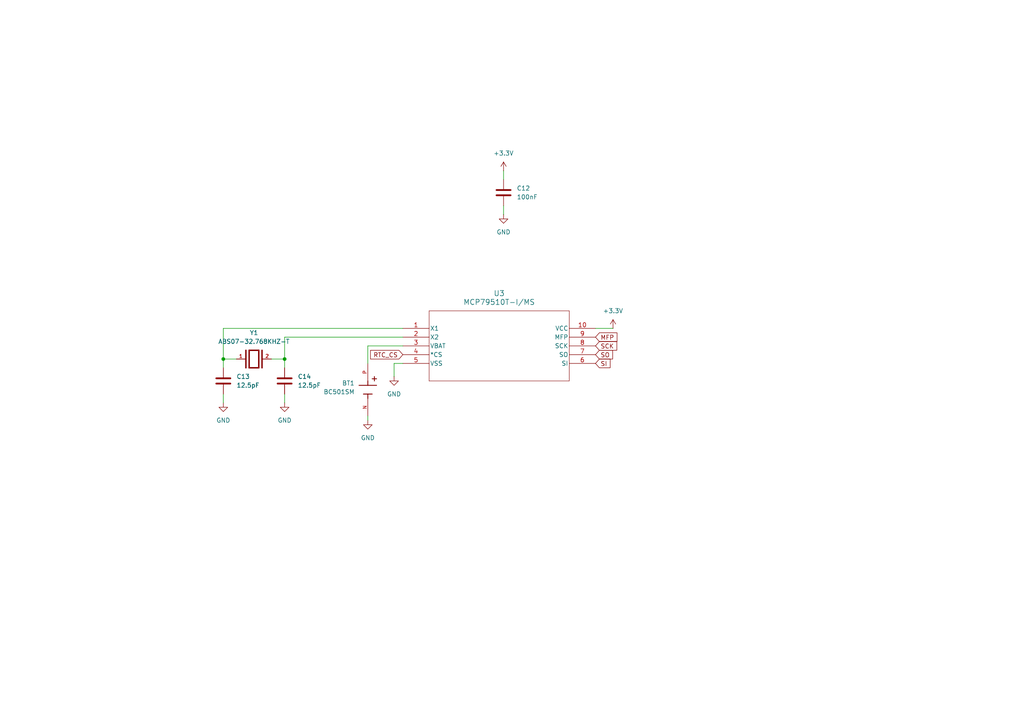
<source format=kicad_sch>
(kicad_sch (version 20250114) (generator "eeschema") (generator_version "9.0")
  (paper "A4")
  (lib_symbols
    (symbol "ABS07-32.768KHZ-T:ABS07-32.768KHZ-T" (pin_names (offset 1.016))
      (property "Reference" "Y" (at -5.0878 3.8159 0))
      (property "Value" "ABS07-32.768KHZ-T" (at -5.0944 -5.0944 0))
      (symbol "ABS07-32.768KHZ-T_0_0"
        (polyline (pts (xy -2.3368 2.54) (xy -2.3368 -2.54)) (stroke (width 0.4064)))
        (polyline (pts (xy -1.397 2.54) (xy -1.397 -2.54)) (stroke (width 0.4064)))
        (polyline (pts (xy -1.397 2.54) (xy 1.397 2.54)) (stroke (width 0.4064)))
        (polyline (pts (xy 1.397 2.54) (xy 1.397 -2.54)) (stroke (width 0.4064)))
        (polyline (pts (xy 1.397 -2.54) (xy -1.397 -2.54)) (stroke (width 0.4064)))
        (polyline (pts (xy 2.3368 2.54) (xy 2.3368 -2.54)) (stroke (width 0.4064)))
        (pin passive line (at -5.08 0 0) (length 2.54) (name "~") (number "1"))
        (pin passive line (at 5.08 0 180) (length 2.54) (name "~") (number "2"))
      )
    )
    (symbol "BC501SM:BC501SM" (pin_names (offset 1.016))
      (property "Reference" "BT" (at -3.81 3.81 0))
      (property "Value" "BC501SM" (at -3.81 -5.08 0))
      (symbol "BC501SM_0_0"
        (polyline (pts (xy -3.81 1.905) (xy -2.54 1.905)) (stroke (width 0.254)))
        (polyline (pts (xy -3.175 2.54) (xy -3.175 1.27)) (stroke (width 0.254)))
        (polyline (pts (xy -1.27 2.54) (xy -1.27 -2.54)) (stroke (width 0.254)))
        (polyline (pts (xy -1.27 0) (xy -2.54 0)) (stroke (width 0.254)))
        (polyline (pts (xy 1.27 1.27) (xy 1.27 -1.27)) (stroke (width 0.254)))
        (polyline (pts (xy 1.27 0) (xy 2.54 0)) (stroke (width 0.254)))
        (pin passive line (at -7.62 0 0) (length 5.08) (name "~") (number "P"))
        (pin passive line (at 7.62 0 180) (length 5.08) (name "~") (number "N"))
      )
    )
    (symbol "Device:C" (pin_numbers (hide yes)) (pin_names (offset 0.254))
      (property "Reference" "C" (at 0.635 2.54 0))
      (property "Value" "C" (at 0.635 -2.54 0))
      (symbol "C_0_1"
        (polyline (pts (xy -2.032 0.762) (xy 2.032 0.762)) (stroke (width 0.508)))
        (polyline (pts (xy -2.032 -0.762) (xy 2.032 -0.762)) (stroke (width 0.508)))
      )
      (symbol "C_1_1"
        (pin passive line (at 0 3.81 270) (length 2.794) (name "~") (number "1"))
        (pin passive line (at 0 -3.81 90) (length 2.794) (name "~") (number "2"))
      )
    )
    (symbol "MCP79510T_I_MS:MCP79510T-I_MS" (pin_names (offset 0.254))
      (property "Reference" "U" (at 27.94 10.16 0))
      (property "Value" "MCP79510T-I/MS" (at 27.94 7.62 0))
      (symbol "MCP79510T-I_MS_0_1"
        (polyline (pts (xy 7.62 5.08) (xy 7.62 -15.24)) (stroke (width 0.127)))
        (polyline (pts (xy 7.62 -15.24) (xy 48.26 -15.24)) (stroke (width 0.127)))
        (polyline (pts (xy 48.26 5.08) (xy 7.62 5.08)) (stroke (width 0.127)))
        (polyline (pts (xy 48.26 -15.24) (xy 48.26 5.08)) (stroke (width 0.127)))
        (pin input line (at 0 0 0) (length 7.62) (name "X1") (number "1"))
        (pin output line (at 0 -2.54 0) (length 7.62) (name "X2") (number "2"))
        (pin power_in line (at 0 -5.08 0) (length 7.62) (name "VBAT") (number "3"))
        (pin unspecified line (at 0 -7.62 0) (length 7.62) (name "*CS") (number "4"))
        (pin power_in line (at 0 -10.16 0) (length 7.62) (name "VSS") (number "5"))
        (pin power_in line (at 55.88 0 180) (length 7.62) (name "VCC") (number "10"))
        (pin unspecified line (at 55.88 -2.54 180) (length 7.62) (name "MFP") (number "9"))
        (pin unspecified line (at 55.88 -5.08 180) (length 7.62) (name "SCK") (number "8"))
        (pin output line (at 55.88 -7.62 180) (length 7.62) (name "SO") (number "7"))
        (pin input line (at 55.88 -10.16 180) (length 7.62) (name "SI") (number "6"))
      )
    )
    (symbol "power:+3.3V" (power) (pin_numbers (hide yes)) (pin_names (offset 0) (hide yes))
      (property "Value" "+3.3V" (at 0 3.556 0))
      (symbol "+3.3V_0_1"
        (polyline (pts (xy -0.762 1.27) (xy 0 2.54)))
        (polyline (pts (xy 0 2.54) (xy 0.762 1.27)))
        (polyline (pts (xy 0 0) (xy 0 2.54)))
      )
      (symbol "+3.3V_1_1"
        (pin power_in line (at 0 0 90) (length 0) (name "~") (number "1"))
      )
    )
    (symbol "power:GND" (power) (pin_numbers (hide yes)) (pin_names (offset 0) (hide yes))
      (property "Value" "GND" (at 0 -3.81 0))
      (symbol "GND_0_1"
        (polyline (pts (xy 0 0) (xy 0 -1.27) (xy 1.27 -1.27) (xy 0 -2.54) (xy -1.27 -1.27) (xy 0 -1.27)))
      )
      (symbol "GND_1_1"
        (pin power_in line (at 0 0 270) (length 0) (name "~") (number "1"))
      )
    )
  )
  (junction (at 64.77 104.14))
  (junction (at 82.55 104.14))
  (wire (pts (xy 114.3 105.41) (xy 114.3 109.22)))
  (wire (pts (xy 64.77 95.25) (xy 116.84 95.25)))
  (wire (pts (xy 106.68 105.41) (xy 106.68 100.33)))
  (wire (pts (xy 82.55 106.68) (xy 82.55 104.14)))
  (wire (pts (xy 64.77 95.25) (xy 64.77 104.14)))
  (wire (pts (xy 82.55 114.3) (xy 82.55 116.84)))
  (wire (pts (xy 106.68 121.92) (xy 106.68 120.65)))
  (wire (pts (xy 64.77 114.3) (xy 64.77 116.84)))
  (wire (pts (xy 82.55 104.14) (xy 78.74 104.14)))
  (wire (pts (xy 82.55 97.79) (xy 116.84 97.79)))
  (wire (pts (xy 146.05 59.69) (xy 146.05 62.23)))
  (wire (pts (xy 172.72 95.25) (xy 177.8 95.25)))
  (wire (pts (xy 82.55 104.14) (xy 82.55 97.79)))
  (wire (pts (xy 116.84 105.41) (xy 114.3 105.41)))
  (wire (pts (xy 64.77 106.68) (xy 64.77 104.14)))
  (wire (pts (xy 64.77 104.14) (xy 68.58 104.14)))
  (wire (pts (xy 106.68 100.33) (xy 116.84 100.33)))
  (wire (pts (xy 146.05 49.53) (xy 146.05 52.07)))
  (global_label "RTC_CS" (shape input) (at 116.84 102.87 180) (property "Intersheetrefs" "${INTERSHEET_REFS}" (effects (hide yes))))
  (global_label "SI" (shape input) (at 172.72 105.41 0) (property "Intersheetrefs" "${INTERSHEET_REFS}" (effects (hide yes))))
  (global_label "SO" (shape input) (at 172.72 102.87 0) (property "Intersheetrefs" "${INTERSHEET_REFS}" (effects (hide yes))))
  (global_label "SCK" (shape input) (at 172.72 100.33 0) (property "Intersheetrefs" "${INTERSHEET_REFS}" (effects (hide yes))))
  (global_label "MFP" (shape input) (at 172.72 97.79 0) (property "Intersheetrefs" "${INTERSHEET_REFS}" (effects (hide yes))))
  (symbol (lib_id "power:GND") (at 64.77 116.84 0) (unit 1)
    (property "Reference" "#PWR023" (effects (hide yes)))
    (property "Value" "GND" (at 64.77 121.92 0))
    (property "Description" "Power symbol creates a global label with name \"GND\" , ground" (effects (hide yes)))
  )
  (symbol (lib_id "ABS07-32.768KHZ-T:ABS07-32.768KHZ-T") (at 73.66 104.14 0) (unit 1)
    (property "Reference" "Y1" (at 73.66 96.52 0))
    (property "Value" "ABS07-32.768KHZ-T" (at 73.66 99.06 0))
    (property "Footprint" "Footprints:XTAL_ABS07-32.768KHZ-T" (effects (hide yes)))
    (property "PARTREV" "08.19.15" (effects (hide yes)))
    (property "STANDARD" "Manufacturer Recommendations" (effects (hide yes)))
    (property "MAXIMUM_PACKAGE_HEIGHT" "0.9 mm" (effects (hide yes)))
    (property "MANUFACTURER" "Abracon" (effects (hide yes)))
  )
  (symbol (lib_id "power:GND") (at 106.68 121.92 0) (unit 1)
    (property "Reference" "#PWR027" (effects (hide yes)))
    (property "Value" "GND" (at 106.68 127 0))
    (property "Description" "Power symbol creates a global label with name \"GND\" , ground" (effects (hide yes)))
  )
  (symbol (lib_id "power:+3.3V") (at 177.8 95.25 0) (unit 1)
    (property "Reference" "#PWR026" (effects (hide yes)))
    (property "Value" "+3.3V" (at 177.8 90.17 0))
    (property "Description" "Power symbol creates a global label with name \"+3.3V\"" (effects (hide yes)))
  )
  (symbol (lib_id "MCP79510T_I_MS:MCP79510T-I_MS") (at 116.84 95.25 0) (unit 1)
    (property "Reference" "U3" (at 144.78 85.09 0) (effects (font (size 1.524 1.524))))
    (property "Value" "MCP79510T-I/MS" (at 144.78 87.63 0) (effects (font (size 1.524 1.524))))
    (property "Footprint" "Footprints:MCP79510T_I_MS-L" (effects (hide yes)))
    (property "Datasheet" "MCP79510T-I/MS" (effects (hide yes)))
  )
  (symbol (lib_id "BC501SM:BC501SM") (at 106.68 113.03 270) (unit 1)
    (property "Reference" "BT1" (at 102.87 111.1249 90) (effects (justify right)))
    (property "Value" "BC501SM" (at 102.87 113.6649 90) (effects (justify right)))
    (property "Footprint" "Footprints:BAT_BC501SM" (effects (hide yes)))
    (property "PARTREV" "10/31/19" (effects (hide yes)))
    (property "STANDARD" "Manufacturer Recommendation" (effects (hide yes)))
    (property "MAXIMUM_PACKAGE_HEIGHT" "4.25mm" (effects (hide yes)))
    (property "MANUFACTURER" "MPD" (effects (hide yes)))
  )
  (symbol (lib_id "Device:C") (at 82.55 110.49 0) (unit 1)
    (property "Reference" "C14" (at 86.36 109.2199 0) (effects (justify left)))
    (property "Value" "12.5pF" (at 86.36 111.7599 0) (effects (justify left)))
    (property "Footprint" "Capacitor_SMD:C_0603_1608Metric_Pad1.08x0.95mm_HandSolder" (effects (hide yes)))
    (property "Description" "Unpolarized capacitor" (effects (hide yes)))
  )
  (symbol (lib_id "Device:C") (at 64.77 110.49 0) (unit 1)
    (property "Reference" "C13" (at 68.58 109.2199 0) (effects (justify left)))
    (property "Value" "12.5pF" (at 68.58 111.7599 0) (effects (justify left)))
    (property "Footprint" "Capacitor_SMD:C_0603_1608Metric_Pad1.08x0.95mm_HandSolder" (effects (hide yes)))
    (property "Description" "Unpolarized capacitor" (effects (hide yes)))
  )
  (symbol (lib_id "Device:C") (at 146.05 55.88 0) (unit 1)
    (property "Reference" "C12" (at 149.86 54.6099 0) (effects (justify left)))
    (property "Value" "100nF" (at 149.86 57.1499 0) (effects (justify left)))
    (property "Footprint" "Capacitor_SMD:C_0603_1608Metric_Pad1.08x0.95mm_HandSolder" (effects (hide yes)))
    (property "Description" "Unpolarized capacitor" (effects (hide yes)))
  )
  (symbol (lib_id "power:GND") (at 146.05 62.23 0) (unit 1)
    (property "Reference" "#PWR022" (effects (hide yes)))
    (property "Value" "GND" (at 146.05 67.31 0))
    (property "Description" "Power symbol creates a global label with name \"GND\" , ground" (effects (hide yes)))
  )
  (symbol (lib_id "power:+3.3V") (at 146.05 49.53 0) (unit 1)
    (property "Reference" "#PWR021" (effects (hide yes)))
    (property "Value" "+3.3V" (at 146.05 44.45 0))
    (property "Description" "Power symbol creates a global label with name \"+3.3V\"" (effects (hide yes)))
  )
  (symbol (lib_id "power:GND") (at 82.55 116.84 0) (unit 1)
    (property "Reference" "#PWR024" (effects (hide yes)))
    (property "Value" "GND" (at 82.55 121.92 0))
    (property "Description" "Power symbol creates a global label with name \"GND\" , ground" (effects (hide yes)))
  )
  (symbol (lib_id "power:GND") (at 114.3 109.22 0) (unit 1)
    (property "Reference" "#PWR025" (effects (hide yes)))
    (property "Value" "GND" (at 114.3 114.3 0))
    (property "Description" "Power symbol creates a global label with name \"GND\" , ground" (effects (hide yes)))
  )
)
</source>
